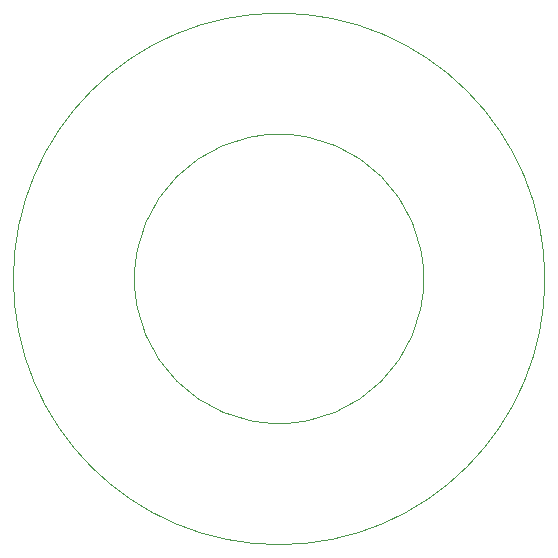
<source format=gm1>
G04 #@! TF.FileFunction,Profile,NP*
%FSLAX46Y46*%
G04 Gerber Fmt 4.6, Leading zero omitted, Abs format (unit mm)*
G04 Created by KiCad (PCBNEW (2015-09-17 BZR 6202)-product) date 2015 September 30, Wednesday 13:53:37*
%MOMM*%
G01*
G04 APERTURE LIST*
%ADD10C,0.100000*%
%ADD11C,0.010000*%
G04 APERTURE END LIST*
D10*
D11*
X45000000Y-22500000D02*
G75*
G03X45000000Y-22500000I-22500000J0D01*
G01*
X34750000Y-22500000D02*
G75*
G03X34750000Y-22500000I-12250000J0D01*
G01*
M02*

</source>
